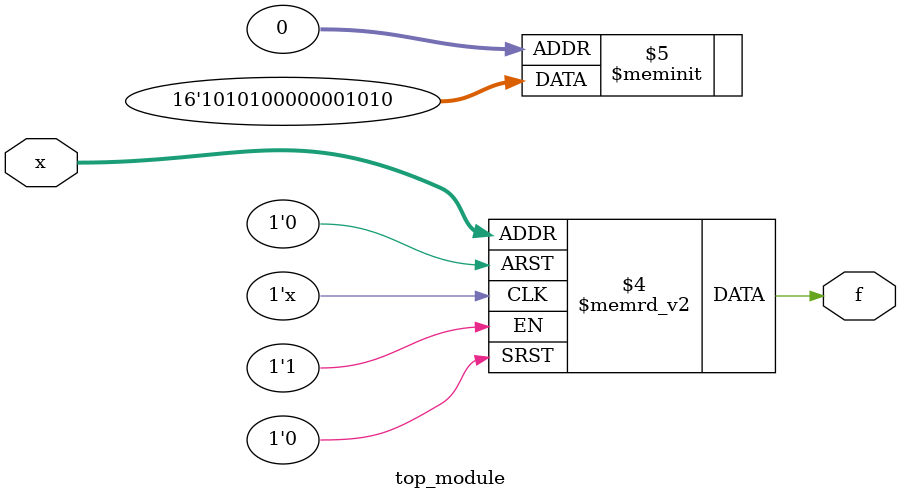
<source format=sv>
module top_module (
    input [4:1] x,
    output logic f
);

always_comb begin
    case (x)
        4'b0001, 4'b0011, 4'b1011, 4'b1101, 4'b1111: f = 1'b1;
        4'b0101, 4'b0111, 4'b1001, 4'b1010, 4'b1100: f = 1'b0; // Don't care conditions
        default: f = 1'b0;
    endcase
end

endmodule

</source>
